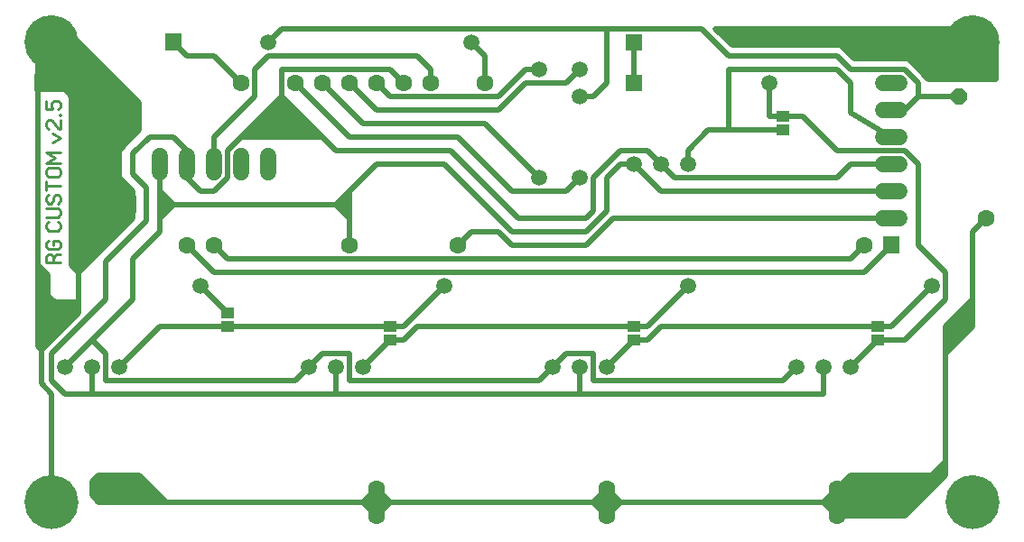
<source format=gbr>
%FSLAX34Y34*%
%MOMM*%
%LNCOPPER_TOP*%
G71*
G01*
%ADD10C, 1.600*%
%ADD11C, 1.520*%
%ADD12C, 0.500*%
%ADD13C, 4.000*%
%ADD14C, 1.520*%
%ADD15C, 1.520*%
%ADD16C, 0.238*%
%ADD17C, 0.520*%
%ADD18R, 1.200X1.000*%
%ADD19C, 0.600*%
%LPD*%
G36*
X98300Y884300D02*
X130300Y884300D01*
X130300Y868300D01*
X98300Y868300D01*
X98300Y884300D01*
G37*
G36*
X98300Y808100D02*
X130300Y808100D01*
X130300Y792100D01*
X98300Y792100D01*
X98300Y808100D01*
G37*
X457200Y914400D02*
G54D10*
D03*
X406400Y914400D02*
G54D10*
D03*
X381000Y914400D02*
G54D10*
D03*
X355600Y914400D02*
G54D10*
D03*
X330200Y914400D02*
G54D10*
D03*
X304800Y914400D02*
G54D10*
D03*
X279400Y914400D02*
G54D10*
D03*
X228600Y914400D02*
G54D10*
D03*
X177800Y762000D02*
G54D10*
D03*
X203200Y762000D02*
G54D10*
D03*
X330200Y762000D02*
G54D10*
D03*
X431800Y762000D02*
G54D10*
D03*
X190500Y723900D02*
G54D11*
D03*
X114300Y647700D02*
G54D11*
D03*
X88900Y647700D02*
G54D11*
D03*
X63500Y647700D02*
G54D11*
D03*
X419100Y723900D02*
G54D11*
D03*
X342900Y647700D02*
G54D11*
D03*
X317500Y647700D02*
G54D11*
D03*
X292100Y647700D02*
G54D11*
D03*
X647700Y723900D02*
G54D11*
D03*
X571500Y647700D02*
G54D11*
D03*
X546100Y647700D02*
G54D11*
D03*
X520700Y647700D02*
G54D11*
D03*
X876300Y723900D02*
G54D11*
D03*
X800100Y647700D02*
G54D11*
D03*
X774700Y647700D02*
G54D11*
D03*
X749300Y647700D02*
G54D11*
D03*
G36*
X589300Y922000D02*
X604500Y922000D01*
X604500Y906800D01*
X589300Y906800D01*
X589300Y922000D01*
G37*
X723900Y914400D02*
G54D11*
D03*
X647700Y838200D02*
G54D11*
D03*
X622300Y838200D02*
G54D11*
D03*
X596900Y838200D02*
G54D11*
D03*
G54D12*
X774700Y647700D02*
X774700Y622300D01*
X546100Y622300D01*
X546100Y647700D01*
X546100Y622300D01*
X317500Y622300D01*
X317500Y647700D01*
X317500Y622300D01*
X88900Y622300D01*
X88900Y647700D01*
G54D12*
X63500Y647700D02*
X88900Y673100D01*
X101600Y660400D01*
X101600Y635000D01*
X279400Y635000D01*
X304800Y660400D01*
X330200Y660400D01*
X330200Y635000D01*
X508000Y635000D01*
X533400Y660400D01*
X558800Y660400D01*
X558800Y635000D01*
X736600Y635000D01*
X749300Y647700D01*
X787400Y533400D02*
G54D10*
D03*
X787400Y508000D02*
G54D10*
D03*
X571500Y533400D02*
G54D10*
D03*
X571500Y508000D02*
G54D10*
D03*
X355600Y533400D02*
G54D10*
D03*
X355600Y508000D02*
G54D10*
D03*
X50800Y520700D02*
G54D13*
D03*
X914400Y520700D02*
G54D13*
D03*
X914400Y952500D02*
G54D13*
D03*
X50800Y952500D02*
G54D13*
D03*
G36*
X157100Y960500D02*
X173100Y960500D01*
X173100Y944500D01*
X157100Y944500D01*
X157100Y960500D01*
G37*
G36*
X93600Y541400D02*
X109600Y541400D01*
X109600Y525400D01*
X93600Y525400D01*
X93600Y541400D01*
G37*
X127000Y533400D02*
G54D10*
D03*
G36*
X817500Y541400D02*
X833500Y541400D01*
X833500Y525400D01*
X817500Y525400D01*
X817500Y541400D01*
G37*
X850900Y533400D02*
G54D10*
D03*
X254000Y952500D02*
G54D14*
D03*
X444500Y952500D02*
G54D14*
D03*
G54D12*
X165100Y952500D02*
X177800Y939800D01*
X203200Y939800D01*
X228600Y914400D01*
X508000Y927100D02*
G54D14*
D03*
X546100Y927100D02*
G54D14*
D03*
X546100Y901700D02*
G54D14*
D03*
X546100Y825500D02*
G54D14*
D03*
G36*
X589300Y960100D02*
X604500Y960100D01*
X604500Y944900D01*
X589300Y944900D01*
X589300Y960100D01*
G37*
X508000Y825500D02*
G54D14*
D03*
G54D15*
X254000Y845800D02*
X254000Y830600D01*
G54D15*
X228600Y845800D02*
X228600Y830600D01*
G54D15*
X203200Y845800D02*
X203200Y830600D01*
G54D15*
X177800Y845800D02*
X177800Y830600D01*
G54D15*
X152400Y845800D02*
X152400Y830600D01*
G54D12*
X406400Y914400D02*
X406400Y927100D01*
X393700Y939800D01*
X254000Y939800D01*
X241300Y927100D01*
X241300Y901700D01*
X203200Y863600D01*
X203200Y838200D01*
G54D12*
X330200Y762000D02*
X330200Y787400D01*
X317500Y800100D01*
X165100Y800100D01*
X152400Y812800D01*
X152400Y838200D01*
G54D12*
X88900Y622300D02*
X63500Y622300D01*
X50800Y635000D01*
X50800Y660400D01*
X101600Y711200D01*
X101600Y746125D01*
X139700Y784225D01*
X139700Y815975D01*
X127000Y828675D01*
X127000Y847725D01*
X142875Y863600D01*
X165100Y863600D01*
X177800Y850900D01*
X177800Y838200D01*
G54D12*
X88900Y673100D02*
X127000Y711200D01*
X127000Y749300D01*
X152400Y774700D01*
X152400Y838200D01*
G54D12*
X596900Y952500D02*
X596900Y914400D01*
G54D12*
X508000Y927100D02*
X495300Y927100D01*
X469900Y901700D01*
X368300Y901700D01*
X355600Y914400D01*
G54D12*
X546100Y927100D02*
X533400Y914400D01*
X495300Y914400D01*
X469900Y889000D01*
X355600Y889000D01*
X330200Y914400D01*
G54D12*
X508000Y825500D02*
X457200Y876300D01*
X342900Y876300D01*
X304800Y914400D01*
G54D12*
X546100Y825500D02*
X533400Y812800D01*
X482600Y812800D01*
X431800Y863600D01*
X330200Y863600D01*
X279400Y914400D01*
G54D12*
X114300Y647700D02*
X152400Y685800D01*
X381000Y685800D01*
X419100Y723900D01*
G54D12*
X342900Y647700D02*
X368300Y673100D01*
X381000Y673100D01*
X393700Y685800D01*
X609600Y685800D01*
X647700Y723900D01*
G54D12*
X571500Y647700D02*
X596900Y673100D01*
X609600Y673100D01*
X622300Y685800D01*
X838200Y685800D01*
X876300Y723900D01*
G54D15*
X830600Y914400D02*
X845800Y914400D01*
G54D15*
X830600Y889000D02*
X845800Y889000D01*
G54D15*
X830600Y863600D02*
X845800Y863600D01*
G54D15*
X830600Y838200D02*
X845800Y838200D01*
G54D15*
X830600Y812800D02*
X845800Y812800D01*
G54D12*
X596900Y838200D02*
X584200Y838200D01*
X571500Y825500D01*
X571500Y793750D01*
X552450Y774700D01*
X482600Y774700D01*
X419100Y838200D01*
X355600Y838200D01*
X317500Y800100D01*
G54D12*
X622300Y838200D02*
X609600Y850900D01*
X584200Y850900D01*
X558800Y825500D01*
X558800Y793750D01*
X552450Y787400D01*
X488950Y787400D01*
X425450Y850900D01*
X317500Y850900D01*
X266700Y901700D01*
G54D12*
X685800Y869950D02*
X685800Y927100D01*
X787400Y927100D01*
X800100Y914400D01*
X800100Y885825D01*
X838200Y863600D01*
G54D12*
X622300Y838200D02*
X635000Y825500D01*
X787400Y825500D01*
X800100Y838200D01*
X838200Y838200D01*
G54D12*
X596900Y838200D02*
X622300Y812800D01*
X838200Y812800D01*
G54D12*
X800100Y647700D02*
X825500Y673100D01*
X850900Y673100D01*
X889000Y711200D01*
X889000Y736600D01*
X863600Y762000D01*
X863600Y838200D01*
X850900Y850900D01*
X787400Y850900D01*
X755650Y882650D01*
X723900Y882650D01*
X723900Y914400D01*
G54D12*
X254000Y952500D02*
X266700Y965200D01*
X660400Y965200D01*
X685800Y939800D01*
X787400Y939800D01*
X800100Y927100D01*
X850900Y927100D01*
X863600Y914400D01*
X863600Y901700D01*
X850900Y889000D01*
X838200Y889000D01*
G54D12*
X546100Y901700D02*
X558800Y901700D01*
X571500Y914400D01*
X571500Y965200D01*
G54D12*
X927100Y787400D02*
X914400Y774700D01*
X914400Y685800D01*
X889000Y660400D01*
X889000Y546100D01*
X876300Y533400D01*
X787400Y533400D01*
G54D12*
X787400Y533400D02*
X774700Y520700D01*
X584200Y520700D01*
X571500Y533400D01*
X558800Y520700D01*
X368300Y520700D01*
X355600Y533400D01*
X342900Y520700D01*
X139700Y520700D01*
X127000Y533400D01*
X101600Y533400D01*
G54D16*
X52673Y749471D02*
X54339Y752471D01*
X56006Y753471D01*
X59339Y753471D01*
G54D16*
X59339Y745471D02*
X46006Y745471D01*
X46006Y750471D01*
X46839Y752471D01*
X48506Y753471D01*
X50173Y753471D01*
X51839Y752471D01*
X52673Y750471D01*
X52673Y745471D01*
G54D16*
X52673Y762138D02*
X52673Y766138D01*
X56839Y766138D01*
X58506Y765138D01*
X59339Y763138D01*
X59339Y761138D01*
X58506Y759138D01*
X56839Y758138D01*
X48506Y758138D01*
X46839Y759138D01*
X46006Y761138D01*
X46006Y763138D01*
X46839Y765138D01*
X48506Y766138D01*
G54D16*
X56839Y783672D02*
X58506Y782672D01*
X59339Y780672D01*
X59339Y778672D01*
X58506Y776672D01*
X56839Y775672D01*
X48506Y775672D01*
X46839Y776672D01*
X46006Y778672D01*
X46006Y780672D01*
X46839Y782672D01*
X48506Y783672D01*
G54D16*
X46006Y788339D02*
X56839Y788339D01*
X58506Y789339D01*
X59339Y791339D01*
X59339Y793339D01*
X58506Y795339D01*
X56839Y796339D01*
X46006Y796339D01*
G54D16*
X56839Y801006D02*
X58506Y802006D01*
X59339Y804006D01*
X59339Y806006D01*
X58506Y808006D01*
X56839Y809006D01*
X55173Y809006D01*
X53506Y808006D01*
X52673Y806006D01*
X52673Y804006D01*
X51839Y802006D01*
X50173Y801006D01*
X48506Y801006D01*
X46839Y802006D01*
X46006Y804006D01*
X46006Y806006D01*
X46839Y808006D01*
X48506Y809006D01*
G54D16*
X59339Y817673D02*
X46006Y817673D01*
G54D16*
X46006Y813673D02*
X46006Y821673D01*
G54D16*
X48506Y834340D02*
X56839Y834340D01*
X58506Y833340D01*
X59339Y831340D01*
X59339Y829340D01*
X58506Y827340D01*
X56839Y826340D01*
X48506Y826340D01*
X46839Y827340D01*
X46006Y829340D01*
X46006Y831340D01*
X46839Y833340D01*
X48506Y834340D01*
G54D16*
X59339Y839007D02*
X46006Y839007D01*
X54339Y844007D01*
X46006Y849007D01*
X59339Y849007D01*
G54D16*
X51839Y858541D02*
X59339Y862541D01*
X51839Y866541D01*
G54D16*
X59339Y879208D02*
X59339Y871208D01*
X58506Y871208D01*
X56839Y872208D01*
X51839Y878208D01*
X50173Y879208D01*
X48506Y879208D01*
X46839Y878208D01*
X46006Y876208D01*
X46006Y874208D01*
X46839Y872208D01*
X48506Y871208D01*
G54D16*
X59339Y884675D02*
X59339Y883875D01*
X58673Y883875D01*
X58673Y884675D01*
X59339Y884675D01*
X59339Y883875D01*
G54D16*
X46006Y897342D02*
X46006Y889342D01*
X51839Y889342D01*
X51839Y890342D01*
X51006Y892342D01*
X51006Y894342D01*
X51839Y896342D01*
X53506Y897342D01*
X56839Y897342D01*
X58506Y896342D01*
X59339Y894342D01*
X59339Y892342D01*
X58506Y890342D01*
X56839Y889342D01*
G54D12*
X457200Y914400D02*
X457200Y939800D01*
X444500Y952500D01*
X927100Y787400D02*
G54D10*
D03*
G36*
X904854Y909300D02*
X909300Y904854D01*
X909300Y898546D01*
X904854Y894100D01*
X898546Y894100D01*
X894100Y898546D01*
X894100Y904854D01*
X898546Y909300D01*
X904854Y909300D01*
G37*
G54D12*
X863600Y901700D02*
X901700Y901700D01*
G36*
X342900Y520700D02*
X355600Y508000D01*
X368300Y520700D01*
X355600Y533400D01*
X342900Y520700D01*
G37*
G54D17*
X342900Y520700D02*
X355600Y508000D01*
X368300Y520700D01*
X355600Y533400D01*
X342900Y520700D01*
G36*
X571500Y533400D02*
X558800Y520700D01*
X571500Y508000D01*
X584200Y520700D01*
X571500Y533400D01*
G37*
G54D17*
X571500Y533400D02*
X558800Y520700D01*
X571500Y508000D01*
X584200Y520700D01*
X571500Y533400D01*
G36*
X787400Y533400D02*
X774700Y520700D01*
X787400Y508000D01*
X850900Y508000D01*
X876300Y533400D01*
X787400Y533400D01*
G37*
G54D17*
X787400Y533400D02*
X774700Y520700D01*
X787400Y508000D01*
X850900Y508000D01*
X876300Y533400D01*
X787400Y533400D01*
G36*
X127000Y787400D02*
X76200Y736600D01*
X76200Y901700D01*
X38100Y939800D01*
X50800Y965200D01*
X63500Y965200D01*
X133350Y895350D01*
X133350Y869950D01*
X114300Y850900D01*
X114300Y825500D01*
X127000Y812800D01*
X127000Y787400D01*
G37*
G54D17*
X127000Y787400D02*
X76200Y736600D01*
X76200Y901700D01*
X38100Y939800D01*
X50800Y965200D01*
X63500Y965200D01*
X133350Y895350D01*
X133350Y869950D01*
X114300Y850900D01*
X114300Y825500D01*
X127000Y812800D01*
X127000Y787400D01*
G36*
X165100Y800100D02*
X152400Y787400D01*
X152400Y812800D01*
X165100Y800100D01*
G37*
G54D17*
X165100Y800100D02*
X152400Y787400D01*
X152400Y812800D01*
X165100Y800100D01*
G36*
X34800Y922400D02*
X66800Y922400D01*
X66800Y906400D01*
X34800Y906400D01*
X34800Y922400D01*
G37*
G54D12*
X381000Y914400D02*
X368300Y927100D01*
X266700Y927100D01*
X266700Y901700D01*
X215900Y850900D01*
X215900Y825500D01*
X203200Y812800D01*
X190500Y812800D01*
X177800Y825500D01*
X177800Y838200D01*
G36*
X228600Y863600D02*
X304800Y863600D01*
X266700Y901700D01*
X228600Y863600D01*
G37*
G54D17*
X228600Y863600D02*
X304800Y863600D01*
X266700Y901700D01*
X228600Y863600D01*
G36*
X846200Y754000D02*
X830200Y754000D01*
X830200Y770000D01*
X846200Y770000D01*
X846200Y754000D01*
G37*
X812800Y762000D02*
G54D10*
D03*
G54D12*
X203200Y762000D02*
X215900Y749300D01*
X800100Y749300D01*
X812800Y762000D01*
G54D12*
X177800Y762000D02*
X203200Y736600D01*
X812800Y736600D01*
X838200Y762000D01*
X368300Y673100D02*
G54D18*
D03*
X368300Y685800D02*
G54D18*
D03*
X596900Y673100D02*
G54D18*
D03*
X596900Y685800D02*
G54D18*
D03*
X825500Y673100D02*
G54D18*
D03*
X825500Y685800D02*
G54D18*
D03*
X736600Y869950D02*
G54D18*
D03*
X736600Y882650D02*
G54D18*
D03*
G54D12*
X685800Y869950D02*
X736600Y869950D01*
X215900Y685800D02*
G54D18*
D03*
X215900Y698500D02*
G54D18*
D03*
G54D12*
X190500Y723900D02*
X215900Y698500D01*
G36*
X889000Y660400D02*
X889000Y685800D01*
X914400Y711200D01*
X914400Y685800D01*
X889000Y660400D01*
G37*
G54D17*
X889000Y660400D02*
X889000Y685800D01*
X914400Y711200D01*
X914400Y685800D01*
X889000Y660400D01*
G36*
X38100Y914400D02*
X63500Y914400D01*
X63500Y952500D01*
X38100Y952500D01*
X38100Y914400D01*
G37*
G54D17*
X38100Y914400D02*
X63500Y914400D01*
X63500Y952500D01*
X38100Y952500D01*
X38100Y914400D01*
G54D15*
X830600Y787400D02*
X845800Y787400D01*
G54D12*
X838200Y787400D02*
X577850Y787400D01*
X552450Y762000D01*
X482600Y762000D01*
X469900Y774700D01*
X444500Y774700D01*
X431800Y762000D01*
G54D19*
G75*
G01X73158Y520700D02*
G03X73158Y520700I-22358J0D01*
G01*
G54D19*
G75*
G01X73158Y952500D02*
G03X73158Y952500I-22358J0D01*
G01*
G54D19*
G75*
G01X936758Y952500D02*
G03X936758Y952500I-22358J0D01*
G01*
G54D19*
G75*
G01X936758Y520700D02*
G03X936758Y520700I-22358J0D01*
G01*
G36*
X139700Y520700D02*
X95250Y520700D01*
X88900Y527050D01*
X88900Y539750D01*
X95250Y546100D01*
X133350Y546100D01*
X158750Y520700D01*
X95250Y520700D01*
X139700Y520700D01*
G37*
G54D12*
X139700Y520700D02*
X95250Y520700D01*
X88900Y527050D01*
X88900Y539750D01*
X95250Y546100D01*
X133350Y546100D01*
X158750Y520700D01*
X95250Y520700D01*
X139700Y520700D01*
G36*
X889000Y558800D02*
X876300Y546100D01*
X800100Y546100D01*
X787400Y533400D01*
X876300Y533400D01*
X889000Y546100D01*
X889000Y558800D01*
G37*
G54D12*
X889000Y558800D02*
X876300Y546100D01*
X800100Y546100D01*
X787400Y533400D01*
X876300Y533400D01*
X889000Y546100D01*
X889000Y558800D01*
G36*
X936625Y917575D02*
X873125Y917575D01*
X854075Y936625D01*
X803275Y936625D01*
X790575Y949325D01*
X688975Y949325D01*
X673100Y965200D01*
X930275Y965200D01*
X936625Y958850D01*
X936625Y917575D01*
G37*
G54D12*
X936625Y917575D02*
X873125Y917575D01*
X854075Y936625D01*
X803275Y936625D01*
X790575Y949325D01*
X688975Y949325D01*
X673100Y965200D01*
X930275Y965200D01*
X936625Y958850D01*
X936625Y917575D01*
G54D12*
X50800Y539750D02*
X50800Y622300D01*
X41275Y631825D01*
X41275Y663575D01*
X76200Y698500D01*
X76200Y762000D01*
G54D12*
X38100Y908050D02*
X38100Y666750D01*
X41275Y663575D01*
G36*
X38100Y908050D02*
X63500Y908050D01*
X69850Y901700D01*
X69850Y742950D01*
X76200Y736600D01*
X76200Y901700D01*
X63500Y914400D01*
X44450Y914400D01*
X38100Y908050D01*
G37*
G54D12*
X38100Y908050D02*
X63500Y908050D01*
X69850Y901700D01*
X69850Y742950D01*
X76200Y736600D01*
X76200Y901700D01*
X63500Y914400D01*
X44450Y914400D01*
X38100Y908050D01*
G36*
X76200Y708025D02*
X53975Y708025D01*
X47625Y714375D01*
X47625Y733425D01*
X38100Y742950D01*
X38100Y666750D01*
X41275Y663575D01*
X76200Y698500D01*
X76200Y708025D01*
G37*
G54D12*
X76200Y708025D02*
X53975Y708025D01*
X47625Y714375D01*
X47625Y733425D01*
X38100Y742950D01*
X38100Y666750D01*
X41275Y663575D01*
X76200Y698500D01*
X76200Y708025D01*
G36*
X330200Y787400D02*
X330200Y812800D01*
X317500Y800100D01*
X330200Y787400D01*
G37*
G54D12*
X330200Y787400D02*
X330200Y812800D01*
X317500Y800100D01*
X330200Y787400D01*
G54D12*
X647700Y838200D02*
X647700Y850900D01*
X666750Y869950D01*
X685800Y869950D01*
M02*

</source>
